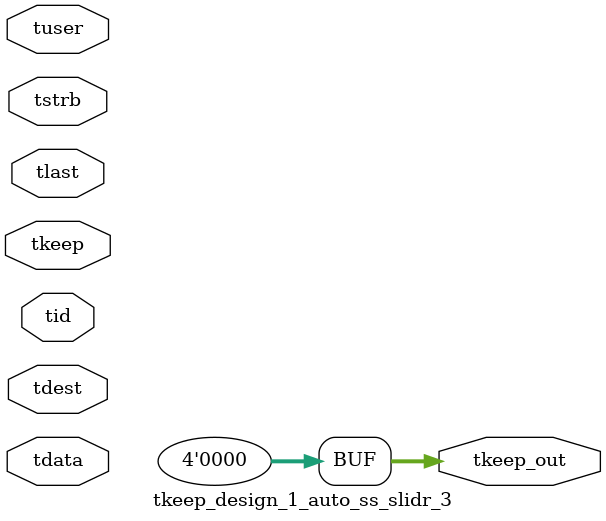
<source format=v>


`timescale 1ps/1ps

module tkeep_design_1_auto_ss_slidr_3 #
(
parameter C_S_AXIS_TDATA_WIDTH = 32,
parameter C_S_AXIS_TUSER_WIDTH = 0,
parameter C_S_AXIS_TID_WIDTH   = 0,
parameter C_S_AXIS_TDEST_WIDTH = 0,
parameter C_M_AXIS_TDATA_WIDTH = 32
)
(
input  [(C_S_AXIS_TDATA_WIDTH == 0 ? 1 : C_S_AXIS_TDATA_WIDTH)-1:0     ] tdata,
input  [(C_S_AXIS_TUSER_WIDTH == 0 ? 1 : C_S_AXIS_TUSER_WIDTH)-1:0     ] tuser,
input  [(C_S_AXIS_TID_WIDTH   == 0 ? 1 : C_S_AXIS_TID_WIDTH)-1:0       ] tid,
input  [(C_S_AXIS_TDEST_WIDTH == 0 ? 1 : C_S_AXIS_TDEST_WIDTH)-1:0     ] tdest,
input  [(C_S_AXIS_TDATA_WIDTH/8)-1:0 ] tkeep,
input  [(C_S_AXIS_TDATA_WIDTH/8)-1:0 ] tstrb,
input                                                                    tlast,
output [(C_M_AXIS_TDATA_WIDTH/8)-1:0 ] tkeep_out
);

assign tkeep_out = {1'b0};

endmodule


</source>
